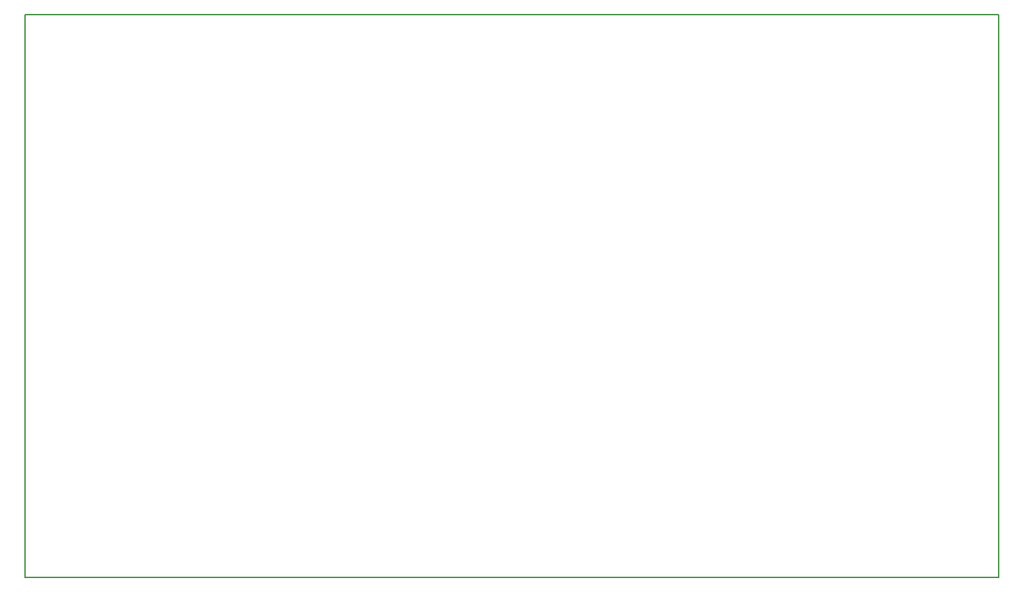
<source format=gbr>
G04 #@! TF.GenerationSoftware,KiCad,Pcbnew,(5.1.9)-1*
G04 #@! TF.CreationDate,2021-04-27T00:06:18-05:00*
G04 #@! TF.ProjectId,high-gain-diff-probe,68696768-2d67-4616-996e-2d646966662d,rev?*
G04 #@! TF.SameCoordinates,Original*
G04 #@! TF.FileFunction,Other,User*
%FSLAX46Y46*%
G04 Gerber Fmt 4.6, Leading zero omitted, Abs format (unit mm)*
G04 Created by KiCad (PCBNEW (5.1.9)-1) date 2021-04-27 00:06:18*
%MOMM*%
%LPD*%
G01*
G04 APERTURE LIST*
%ADD10C,0.150000*%
G04 APERTURE END LIST*
D10*
X209000000Y-134250000D02*
X209000000Y-65750000D01*
X90500000Y-134250000D02*
X209000000Y-134250000D01*
X90500000Y-65750000D02*
X90500000Y-134250000D01*
X209000000Y-65750000D02*
X90500000Y-65750000D01*
M02*

</source>
